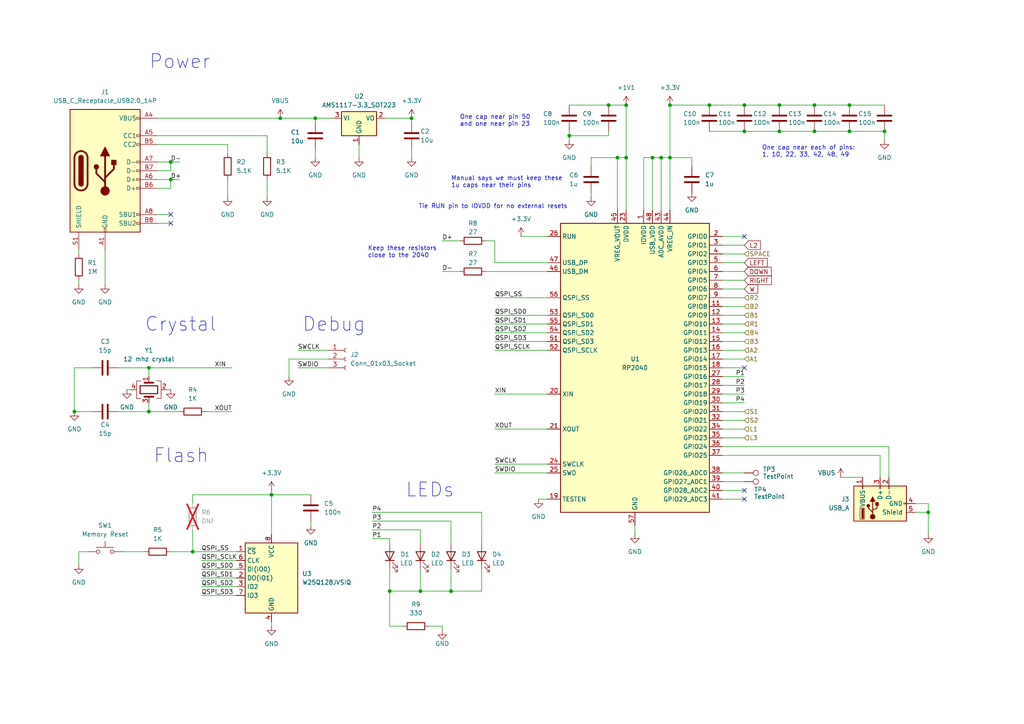
<source format=kicad_sch>
(kicad_sch (version 20231120) (generator "eeschema") (generator_version "8.0")
  (paper "A4")
  (lib_symbols
    (symbol "+3.3V_1" (power) (pin_numbers hide) (pin_names (offset 0) hide)
      (property "Value" "+3.3V" (at 0 3.556 0))
      (symbol "+3.3V_1_0_1"
        (polyline (pts (xy -0.762 1.27) (xy 0 2.54)))
        (polyline (pts (xy 0 0) (xy 0 2.54)))
        (polyline (pts (xy 0 2.54) (xy 0.762 1.27)))
      )
      (symbol "+3.3V_1_1_1"
        (pin power_in line (at 0 0 90) (length 0) (name "~") (number "1"))
      )
    )
    (symbol "Connector:Conn_01x03_Socket" (pin_names (offset 1.016) hide)
      (property "Reference" "J" (at 0 5.08 0))
      (property "Value" "Conn_01x03_Socket" (at 0 -5.08 0))
      (symbol "Conn_01x03_Socket_1_1"
        (arc (start 0 -2.032) (mid -0.5058 -2.54) (end 0 -3.048) (stroke (width 0.1524)))
        (polyline (pts (xy -1.27 -2.54) (xy -0.508 -2.54)) (stroke (width 0.1524)))
        (polyline (pts (xy -1.27 0) (xy -0.508 0)) (stroke (width 0.1524)))
        (polyline (pts (xy -1.27 2.54) (xy -0.508 2.54)) (stroke (width 0.1524)))
        (arc (start 0 0.508) (mid -0.5058 0) (end 0 -0.508) (stroke (width 0.1524)))
        (arc (start 0 3.048) (mid -0.5058 2.54) (end 0 2.032) (stroke (width 0.1524)))
        (pin passive line (at -5.08 2.54 0) (length 3.81) (name "Pin_1") (number "1"))
        (pin passive line (at -5.08 0 0) (length 3.81) (name "Pin_2") (number "2"))
        (pin passive line (at -5.08 -2.54 0) (length 3.81) (name "Pin_3") (number "3"))
      )
    )
    (symbol "Connector:TestPoint" (pin_numbers hide) (pin_names (offset 0.762) hide)
      (property "Reference" "TP" (at 0 6.858 0))
      (property "Value" "TestPoint" (at 0 5.08 0))
      (symbol "TestPoint_0_1"
        (circle (center 0 3.302) (radius 0.762))
      )
      (symbol "TestPoint_1_1"
        (pin passive line (at 0 0 90) (length 2.54) (name "1") (number "1"))
      )
    )
    (symbol "Connector:USB_A" (pin_names (offset 1.016))
      (property "Reference" "J" (at -5.08 11.43 0))
      (property "Value" "USB_A" (at -5.08 8.89 0))
      (symbol "USB_A_0_1"
        (rectangle (start -5.08 -7.62) (end 5.08 7.62) (stroke (width 0.254)) (fill (type background)))
        (circle (center -3.81 2.159) (radius 0.635) (stroke (width 0.254)) (fill (type outline)))
        (rectangle (start -1.524 4.826) (end -4.318 5.334) (fill (type outline)))
        (rectangle (start -1.27 4.572) (end -4.572 5.842))
        (circle (center -0.635 3.429) (radius 0.381) (stroke (width 0.254)) (fill (type outline)))
        (rectangle (start -0.127 -7.62) (end 0.127 -6.858))
        (polyline (pts (xy -3.175 2.159) (xy -2.54 2.159) (xy -1.27 3.429) (xy -0.635 3.429)) (stroke (width 0.254)))
        (polyline (pts (xy -2.54 2.159) (xy -1.905 2.159) (xy -1.27 0.889) (xy 0 0.889)) (stroke (width 0.254)))
        (polyline (pts (xy 0.635 2.794) (xy 0.635 1.524) (xy 1.905 2.159) (xy 0.635 2.794)) (stroke (width 0.254)) (fill (type outline)))
        (rectangle (start 0.254 1.27) (end -0.508 0.508) (stroke (width 0.254)) (fill (type outline)))
        (rectangle (start 5.08 -2.667) (end 4.318 -2.413))
        (rectangle (start 5.08 -0.127) (end 4.318 0.127))
        (rectangle (start 5.08 4.953) (end 4.318 5.207))
      )
      (symbol "USB_A_1_1"
        (polyline (pts (xy -1.905 2.159) (xy 0.635 2.159)) (stroke (width 0.254)))
        (pin power_in line (at 7.62 5.08 180) (length 2.54) (name "VBUS") (number "1"))
        (pin bidirectional line (at 7.62 -2.54 180) (length 2.54) (name "D-") (number "2"))
        (pin bidirectional line (at 7.62 0 180) (length 2.54) (name "D+") (number "3"))
        (pin power_in line (at 0 -10.16 90) (length 2.54) (name "GND") (number "4"))
        (pin passive line (at -2.54 -10.16 90) (length 2.54) (name "Shield") (number "5"))
      )
    )
    (symbol "Connector:USB_C_Receptacle_USB2.0_16P" (pin_names (offset 1.016))
      (property "Reference" "J" (at 0 22.225 0))
      (property "Value" "USB_C_Receptacle_USB2.0_16P" (at 0 19.685 0))
      (symbol "USB_C_Receptacle_USB2.0_16P_0_0"
        (rectangle (start -0.254 -17.78) (end 0.254 -16.764))
        (rectangle (start 10.16 -14.986) (end 9.144 -15.494))
        (rectangle (start 10.16 -12.446) (end 9.144 -12.954))
        (rectangle (start 10.16 -4.826) (end 9.144 -5.334))
        (rectangle (start 10.16 -2.286) (end 9.144 -2.794))
        (rectangle (start 10.16 0.254) (end 9.144 -0.254))
        (rectangle (start 10.16 2.794) (end 9.144 2.286))
        (rectangle (start 10.16 7.874) (end 9.144 7.366))
        (rectangle (start 10.16 10.414) (end 9.144 9.906))
        (rectangle (start 10.16 15.494) (end 9.144 14.986))
      )
      (symbol "USB_C_Receptacle_USB2.0_16P_0_1"
        (rectangle (start -10.16 17.78) (end 10.16 -17.78) (stroke (width 0.254)) (fill (type background)))
        (arc (start -8.89 -3.81) (mid -6.985 -5.7067) (end -5.08 -3.81) (stroke (width 0.508)))
        (arc (start -7.62 -3.81) (mid -6.985 -4.4423) (end -6.35 -3.81) (stroke (width 0.254)))
        (arc (start -7.62 -3.81) (mid -6.985 -4.4423) (end -6.35 -3.81) (stroke (width 0.254)) (fill (type outline)))
        (rectangle (start -7.62 -3.81) (end -6.35 3.81) (stroke (width 0.254)) (fill (type outline)))
        (arc (start -6.35 3.81) (mid -6.985 4.4423) (end -7.62 3.81) (stroke (width 0.254)))
        (arc (start -6.35 3.81) (mid -6.985 4.4423) (end -7.62 3.81) (stroke (width 0.254)) (fill (type outline)))
        (arc (start -5.08 3.81) (mid -6.985 5.7067) (end -8.89 3.81) (stroke (width 0.508)))
        (circle (center -2.54 1.143) (radius 0.635) (stroke (width 0.254)) (fill (type outline)))
        (circle (center 0 -5.842) (radius 1.27) (fill (type outline)))
        (polyline (pts (xy -8.89 -3.81) (xy -8.89 3.81)) (stroke (width 0.508)))
        (polyline (pts (xy -5.08 3.81) (xy -5.08 -3.81)) (stroke (width 0.508)))
        (polyline (pts (xy 0 -5.842) (xy 0 4.318)) (stroke (width 0.508)))
        (polyline (pts (xy 0 -3.302) (xy -2.54 -0.762) (xy -2.54 0.508)) (stroke (width 0.508)))
        (polyline (pts (xy 0 -2.032) (xy 2.54 0.508) (xy 2.54 1.778)) (stroke (width 0.508)))
        (polyline (pts (xy -1.27 4.318) (xy 0 6.858) (xy 1.27 4.318) (xy -1.27 4.318)) (stroke (width 0.254)) (fill (type outline)))
        (rectangle (start 1.905 1.778) (end 3.175 3.048) (stroke (width 0.254)) (fill (type outline)))
      )
      (symbol "USB_C_Receptacle_USB2.0_16P_1_1"
        (pin passive line (at 0 -22.86 90) (length 5.08) (name "GND") (number "A1"))
        (pin passive line (at 0 -22.86 90) (length 5.08) hide (name "GND") (number "A12"))
        (pin passive line (at 15.24 15.24 180) (length 5.08) (name "VBUS") (number "A4"))
        (pin bidirectional line (at 15.24 10.16 180) (length 5.08) (name "CC1") (number "A5"))
        (pin bidirectional line (at 15.24 -2.54 180) (length 5.08) (name "D+") (number "A6"))
        (pin bidirectional line (at 15.24 2.54 180) (length 5.08) (name "D-") (number "A7"))
        (pin bidirectional line (at 15.24 -12.7 180) (length 5.08) (name "SBU1") (number "A8"))
        (pin passive line (at 15.24 15.24 180) (length 5.08) hide (name "VBUS") (number "A9"))
        (pin passive line (at 0 -22.86 90) (length 5.08) hide (name "GND") (number "B1"))
        (pin passive line (at 0 -22.86 90) (length 5.08) hide (name "GND") (number "B12"))
        (pin passive line (at 15.24 15.24 180) (length 5.08) hide (name "VBUS") (number "B4"))
        (pin bidirectional line (at 15.24 7.62 180) (length 5.08) (name "CC2") (number "B5"))
        (pin bidirectional line (at 15.24 -5.08 180) (length 5.08) (name "D+") (number "B6"))
        (pin bidirectional line (at 15.24 0 180) (length 5.08) (name "D-") (number "B7"))
        (pin bidirectional line (at 15.24 -15.24 180) (length 5.08) (name "SBU2") (number "B8"))
        (pin passive line (at 15.24 15.24 180) (length 5.08) hide (name "VBUS") (number "B9"))
        (pin passive line (at -7.62 -22.86 90) (length 5.08) (name "SHIELD") (number "S1"))
      )
    )
    (symbol "Device:C" (pin_numbers hide) (pin_names (offset 0.254))
      (property "Reference" "C" (at 0.635 2.54 0))
      (property "Value" "C" (at 0.635 -2.54 0))
      (symbol "C_0_1"
        (polyline (pts (xy -2.032 -0.762) (xy 2.032 -0.762)) (stroke (width 0.508)))
        (polyline (pts (xy -2.032 0.762) (xy 2.032 0.762)) (stroke (width 0.508)))
      )
      (symbol "C_1_1"
        (pin passive line (at 0 3.81 270) (length 2.794) (name "~") (number "1"))
        (pin passive line (at 0 -3.81 90) (length 2.794) (name "~") (number "2"))
      )
    )
    (symbol "Device:Crystal_GND24" (pin_names (offset 1.016) hide)
      (property "Reference" "Y" (at 3.175 5.08 0))
      (property "Value" "Crystal_GND24" (at 3.175 3.175 0))
      (symbol "Crystal_GND24_0_1"
        (rectangle (start -1.143 2.54) (end 1.143 -2.54) (stroke (width 0.3048)))
        (polyline (pts (xy -2.54 0) (xy -2.032 0)))
        (polyline (pts (xy -2.032 -1.27) (xy -2.032 1.27)) (stroke (width 0.508)))
        (polyline (pts (xy 0 -3.81) (xy 0 -3.556)))
        (polyline (pts (xy 0 3.556) (xy 0 3.81)))
        (polyline (pts (xy 2.032 -1.27) (xy 2.032 1.27)) (stroke (width 0.508)))
        (polyline (pts (xy 2.032 0) (xy 2.54 0)))
        (polyline (pts (xy -2.54 -2.286) (xy -2.54 -3.556) (xy 2.54 -3.556) (xy 2.54 -2.286)))
        (polyline (pts (xy -2.54 2.286) (xy -2.54 3.556) (xy 2.54 3.556) (xy 2.54 2.286)))
      )
      (symbol "Crystal_GND24_1_1"
        (pin passive line (at -3.81 0 0) (length 1.27) (name "1") (number "1"))
        (pin passive line (at 0 5.08 270) (length 1.27) (name "2") (number "2"))
        (pin passive line (at 3.81 0 180) (length 1.27) (name "3") (number "3"))
        (pin passive line (at 0 -5.08 90) (length 1.27) (name "4") (number "4"))
      )
    )
    (symbol "Device:LED" (pin_numbers hide) (pin_names (offset 1.016) hide)
      (property "Reference" "D" (at 0 2.54 0))
      (property "Value" "LED" (at 0 -2.54 0))
      (symbol "LED_0_1"
        (polyline (pts (xy -1.27 -1.27) (xy -1.27 1.27)) (stroke (width 0.254)))
        (polyline (pts (xy -1.27 0) (xy 1.27 0)))
        (polyline (pts (xy 1.27 -1.27) (xy 1.27 1.27) (xy -1.27 0) (xy 1.27 -1.27)) (stroke (width 0.254)))
        (polyline (pts (xy -3.048 -0.762) (xy -4.572 -2.286) (xy -3.81 -2.286) (xy -4.572 -2.286) (xy -4.572 -1.524)))
        (polyline (pts (xy -1.778 -0.762) (xy -3.302 -2.286) (xy -2.54 -2.286) (xy -3.302 -2.286) (xy -3.302 -1.524)))
      )
      (symbol "LED_1_1"
        (pin passive line (at -3.81 0 0) (length 2.54) (name "K") (number "1"))
        (pin passive line (at 3.81 0 180) (length 2.54) (name "A") (number "2"))
      )
    )
    (symbol "Device:R" (pin_numbers hide) (pin_names (offset 0))
      (property "Reference" "R" (at 2.032 0 90))
      (property "Value" "R" (at 0 0 90))
      (symbol "R_0_1"
        (rectangle (start -1.016 -2.54) (end 1.016 2.54) (stroke (width 0.254)))
      )
      (symbol "R_1_1"
        (pin passive line (at 0 3.81 270) (length 1.27) (name "~") (number "1"))
        (pin passive line (at 0 -3.81 90) (length 1.27) (name "~") (number "2"))
      )
    )
    (symbol "GND_1" (power) (pin_numbers hide) (pin_names (offset 0) hide)
      (property "Value" "GND" (at 0 -3.81 0))
      (symbol "GND_1_0_1"
        (polyline (pts (xy 0 0) (xy 0 -1.27) (xy 1.27 -1.27) (xy 0 -2.54) (xy -1.27 -1.27) (xy 0 -1.27)))
      )
      (symbol "GND_1_1_1"
        (pin power_in line (at 0 0 270) (length 0) (name "~") (number "1"))
      )
    )
    (symbol "GND_2" (power) (pin_numbers hide) (pin_names (offset 0) hide)
      (property "Value" "GND" (at 0 -3.81 0))
      (symbol "GND_2_0_1"
        (polyline (pts (xy 0 0) (xy 0 -1.27) (xy 1.27 -1.27) (xy 0 -2.54) (xy -1.27 -1.27) (xy 0 -1.27)))
      )
      (symbol "GND_2_1_1"
        (pin power_in line (at 0 0 270) (length 0) (name "~") (number "1"))
      )
    )
    (symbol "MCU_RaspberryPi:RP2040"
      (property "Reference" "U" (at 17.78 45.72 0))
      (property "Value" "RP2040" (at 17.78 43.18 0))
      (symbol "RP2040_0_1"
        (rectangle (start -21.59 41.91) (end 21.59 -41.91) (stroke (width 0.254)) (fill (type background)))
      )
      (symbol "RP2040_1_1"
        (pin power_in line (at 2.54 45.72 270) (length 3.81) (name "IOVDD") (number "1"))
        (pin passive line (at 2.54 45.72 270) (length 3.81) hide (name "IOVDD") (number "10"))
        (pin bidirectional line (at 25.4 17.78 180) (length 3.81) (name "GPIO8") (number "11"))
        (pin bidirectional line (at 25.4 15.24 180) (length 3.81) (name "GPIO9") (number "12"))
        (pin bidirectional line (at 25.4 12.7 180) (length 3.81) (name "GPIO10") (number "13"))
        (pin bidirectional line (at 25.4 10.16 180) (length 3.81) (name "GPIO11") (number "14"))
        (pin bidirectional line (at 25.4 7.62 180) (length 3.81) (name "GPIO12") (number "15"))
        (pin bidirectional line (at 25.4 5.08 180) (length 3.81) (name "GPIO13") (number "16"))
        (pin bidirectional line (at 25.4 2.54 180) (length 3.81) (name "GPIO14") (number "17"))
        (pin bidirectional line (at 25.4 0 180) (length 3.81) (name "GPIO15") (number "18"))
        (pin input line (at -25.4 -38.1 0) (length 3.81) (name "TESTEN") (number "19"))
        (pin bidirectional line (at 25.4 38.1 180) (length 3.81) (name "GPIO0") (number "2"))
        (pin input line (at -25.4 -7.62 0) (length 3.81) (name "XIN") (number "20"))
        (pin passive line (at -25.4 -17.78 0) (length 3.81) (name "XOUT") (number "21"))
        (pin passive line (at 2.54 45.72 270) (length 3.81) hide (name "IOVDD") (number "22"))
        (pin power_in line (at -2.54 45.72 270) (length 3.81) (name "DVDD") (number "23"))
        (pin input line (at -25.4 -27.94 0) (length 3.81) (name "SWCLK") (number "24"))
        (pin bidirectional line (at -25.4 -30.48 0) (length 3.81) (name "SWD") (number "25"))
        (pin input line (at -25.4 38.1 0) (length 3.81) (name "RUN") (number "26"))
        (pin bidirectional line (at 25.4 -2.54 180) (length 3.81) (name "GPIO16") (number "27"))
        (pin bidirectional line (at 25.4 -5.08 180) (length 3.81) (name "GPIO17") (number "28"))
        (pin bidirectional line (at 25.4 -7.62 180) (length 3.81) (name "GPIO18") (number "29"))
        (pin bidirectional line (at 25.4 35.56 180) (length 3.81) (name "GPIO1") (number "3"))
        (pin bidirectional line (at 25.4 -10.16 180) (length 3.81) (name "GPIO19") (number "30"))
        (pin bidirectional line (at 25.4 -12.7 180) (length 3.81) (name "GPIO20") (number "31"))
        (pin bidirectional line (at 25.4 -15.24 180) (length 3.81) (name "GPIO21") (number "32"))
        (pin passive line (at 2.54 45.72 270) (length 3.81) hide (name "IOVDD") (number "33"))
        (pin bidirectional line (at 25.4 -17.78 180) (length 3.81) (name "GPIO22") (number "34"))
        (pin bidirectional line (at 25.4 -20.32 180) (length 3.81) (name "GPIO23") (number "35"))
        (pin bidirectional line (at 25.4 -22.86 180) (length 3.81) (name "GPIO24") (number "36"))
        (pin bidirectional line (at 25.4 -25.4 180) (length 3.81) (name "GPIO25") (number "37"))
        (pin bidirectional line (at 25.4 -30.48 180) (length 3.81) (name "GPIO26_ADC0") (number "38"))
        (pin bidirectional line (at 25.4 -33.02 180) (length 3.81) (name "GPIO27_ADC1") (number "39"))
        (pin bidirectional line (at 25.4 33.02 180) (length 3.81) (name "GPIO2") (number "4"))
        (pin bidirectional line (at 25.4 -35.56 180) (length 3.81) (name "GPIO28_ADC2") (number "40"))
        (pin bidirectional line (at 25.4 -38.1 180) (length 3.81) (name "GPIO29_ADC3") (number "41"))
        (pin passive line (at 2.54 45.72 270) (length 3.81) hide (name "IOVDD") (number "42"))
        (pin power_in line (at 7.62 45.72 270) (length 3.81) (name "ADC_AVDD") (number "43"))
        (pin power_in line (at 10.16 45.72 270) (length 3.81) (name "VREG_IN") (number "44"))
        (pin power_out line (at -5.08 45.72 270) (length 3.81) (name "VREG_VOUT") (number "45"))
        (pin bidirectional line (at -25.4 27.94 0) (length 3.81) (name "USB_DM") (number "46"))
        (pin bidirectional line (at -25.4 30.48 0) (length 3.81) (name "USB_DP") (number "47"))
        (pin power_in line (at 5.08 45.72 270) (length 3.81) (name "USB_VDD") (number "48"))
        (pin passive line (at 2.54 45.72 270) (length 3.81) hide (name "IOVDD") (number "49"))
        (pin bidirectional line (at 25.4 30.48 180) (length 3.81) (name "GPIO3") (number "5"))
        (pin passive line (at -2.54 45.72 270) (length 3.81) hide (name "DVDD") (number "50"))
        (pin bidirectional line (at -25.4 7.62 0) (length 3.81) (name "QSPI_SD3") (number "51"))
        (pin output line (at -25.4 5.08 0) (length 3.81) (name "QSPI_SCLK") (number "52"))
        (pin bidirectional line (at -25.4 15.24 0) (length 3.81) (name "QSPI_SD0") (number "53"))
        (pin bidirectional line (at -25.4 10.16 0) (length 3.81) (name "QSPI_SD2") (number "54"))
        (pin bidirectional line (at -25.4 12.7 0) (length 3.81) (name "QSPI_SD1") (number "55"))
        (pin bidirectional line (at -25.4 20.32 0) (length 3.81) (name "QSPI_SS") (number "56"))
        (pin power_in line (at 0 -45.72 90) (length 3.81) (name "GND") (number "57"))
        (pin bidirectional line (at 25.4 27.94 180) (length 3.81) (name "GPIO4") (number "6"))
        (pin bidirectional line (at 25.4 25.4 180) (length 3.81) (name "GPIO5") (number "7"))
        (pin bidirectional line (at 25.4 22.86 180) (length 3.81) (name "GPIO6") (number "8"))
        (pin bidirectional line (at 25.4 20.32 180) (length 3.81) (name "GPIO7") (number "9"))
      )
    )
    (symbol "Memory_Flash:W25Q32JVSS"
      (property "Reference" "U" (at -6.35 11.43 0))
      (property "Value" "W25Q32JVSS" (at 7.62 11.43 0))
      (symbol "W25Q32JVSS_0_1"
        (rectangle (start -7.62 10.16) (end 7.62 -10.16) (stroke (width 0.254)) (fill (type background)))
      )
      (symbol "W25Q32JVSS_1_1"
        (pin input line (at -10.16 7.62 0) (length 2.54) (name "~{CS}") (number "1"))
        (pin bidirectional line (at -10.16 0 0) (length 2.54) (name "DO(IO1)") (number "2"))
        (pin bidirectional line (at -10.16 -2.54 0) (length 2.54) (name "IO2") (number "3"))
        (pin power_in line (at 0 -12.7 90) (length 2.54) (name "GND") (number "4"))
        (pin bidirectional line (at -10.16 2.54 0) (length 2.54) (name "DI(IO0)") (number "5"))
        (pin input line (at -10.16 5.08 0) (length 2.54) (name "CLK") (number "6"))
        (pin bidirectional line (at -10.16 -5.08 0) (length 2.54) (name "IO3") (number "7"))
        (pin power_in line (at 0 12.7 270) (length 2.54) (name "VCC") (number "8"))
      )
    )
    (symbol "Regulator_Linear:NCP1117-3.3_SOT223"
      (property "Reference" "U" (at -3.81 3.175 0))
      (property "Value" "NCP1117-3.3_SOT223" (at 0 3.175 0))
      (symbol "NCP1117-3.3_SOT223_0_1"
        (rectangle (start -5.08 -5.08) (end 5.08 1.905) (stroke (width 0.254)) (fill (type background)))
      )
      (symbol "NCP1117-3.3_SOT223_1_1"
        (pin power_in line (at 0 -7.62 90) (length 2.54) (name "GND") (number "1"))
        (pin power_out line (at 7.62 0 180) (length 2.54) (name "VO") (number "2"))
        (pin power_in line (at -7.62 0 0) (length 2.54) (name "VI") (number "3"))
      )
    )
    (symbol "Switch:SW_Push" (pin_numbers hide) (pin_names (offset 1.016) hide)
      (property "Reference" "SW" (at 1.27 2.54 0))
      (property "Value" "SW_Push" (at 0 -1.524 0))
      (symbol "SW_Push_0_1"
        (circle (center -2.032 0) (radius 0.508))
        (polyline (pts (xy 0 1.27) (xy 0 3.048)))
        (polyline (pts (xy 2.54 1.27) (xy -2.54 1.27)))
        (circle (center 2.032 0) (radius 0.508))
        (pin passive line (at -5.08 0 0) (length 2.54) (name "1") (number "1"))
        (pin passive line (at 5.08 0 180) (length 2.54) (name "2") (number "2"))
      )
    )
    (symbol "VBUS_1" (power) (pin_numbers hide) (pin_names (offset 0) hide)
      (property "Value" "VBUS" (at 0 3.556 0))
      (symbol "VBUS_1_0_1"
        (polyline (pts (xy -0.762 1.27) (xy 0 2.54)))
        (polyline (pts (xy 0 0) (xy 0 2.54)))
        (polyline (pts (xy 0 2.54) (xy 0.762 1.27)))
      )
      (symbol "VBUS_1_1_1"
        (pin power_in line (at 0 0 90) (length 0) (name "~") (number "1"))
      )
    )
    (symbol "power:+1V1" (power) (pin_names (offset 0))
      (property "Value" "+1V1" (at 0 3.556 0))
      (symbol "+1V1_0_1"
        (polyline (pts (xy -0.762 1.27) (xy 0 2.54)))
        (polyline (pts (xy 0 0) (xy 0 2.54)))
        (polyline (pts (xy 0 2.54) (xy 0.762 1.27)))
      )
      (symbol "+1V1_1_1"
        (pin power_in line (at 0 0 90) (length 0) hide (name "+1V1") (number "1"))
      )
    )
    (symbol "power:+3.3V" (power) (pin_names (offset 0))
      (property "Value" "+3.3V" (at 0 3.556 0))
      (symbol "+3.3V_0_1"
        (polyline (pts (xy -0.762 1.27) (xy 0 2.54)))
        (polyline (pts (xy 0 0) (xy 0 2.54)))
        (polyline (pts (xy 0 2.54) (xy 0.762 1.27)))
      )
      (symbol "+3.3V_1_1"
        (pin power_in line (at 0 0 90) (length 0) hide (name "+3.3V") (number "1"))
      )
    )
    (symbol "power:GND" (power) (pin_names (offset 0))
      (property "Value" "GND" (at 0 -3.81 0))
      (symbol "GND_0_1"
        (polyline (pts (xy 0 0) (xy 0 -1.27) (xy 1.27 -1.27) (xy 0 -2.54) (xy -1.27 -1.27) (xy 0 -1.27)))
      )
      (symbol "GND_1_1"
        (pin power_in line (at 0 0 270) (length 0) hide (name "GND") (number "1"))
      )
    )
    (symbol "power:VBUS" (power) (pin_names (offset 0))
      (property "Value" "VBUS" (at 0 3.81 0))
      (symbol "VBUS_0_1"
        (polyline (pts (xy -0.762 1.27) (xy 0 2.54)))
        (polyline (pts (xy 0 0) (xy 0 2.54)))
        (polyline (pts (xy 0 2.54) (xy 0.762 1.27)))
      )
      (symbol "VBUS_1_1"
        (pin power_in line (at 0 0 90) (length 0) hide (name "VBUS") (number "1"))
      )
    )
  )
  (junction (at 181.61 30.48))
  (junction (at 226.06 38.1))
  (junction (at 194.31 45.72))
  (junction (at 49.53 46.99))
  (junction (at 236.22 30.48))
  (junction (at 181.61 45.72))
  (junction (at 21.59 119.38))
  (junction (at 91.44 34.29))
  (junction (at 191.77 45.72))
  (junction (at 179.07 45.72))
  (junction (at 246.38 38.1))
  (junction (at 205.74 30.48))
  (junction (at 81.28 34.29))
  (junction (at 236.22 38.1))
  (junction (at 256.54 38.1))
  (junction (at 194.31 30.48))
  (junction (at 226.06 30.48))
  (junction (at 43.18 119.38))
  (junction (at 189.23 45.72))
  (junction (at 215.9 30.48))
  (junction (at 119.38 34.29))
  (junction (at 130.81 171.45))
  (junction (at 215.9 38.1))
  (junction (at 49.53 52.07))
  (junction (at 55.88 160.02))
  (junction (at 176.53 30.48))
  (junction (at 78.74 143.51))
  (junction (at 43.18 106.68))
  (junction (at 246.38 30.48))
  (junction (at 269.24 148.59))
  (junction (at 165.1 39.37))
  (junction (at 121.92 171.45))
  (junction (at 113.03 171.45))
  (no_connect (at 215.9 144.78))
  (no_connect (at 49.53 64.77))
  (no_connect (at 215.9 106.68))
  (no_connect (at 215.9 142.24))
  (no_connect (at 215.9 68.58))
  (no_connect (at 49.53 62.23))
  (wire (pts (xy 236.22 30.48) (xy 246.38 30.48)))
  (wire (pts (xy 209.55 139.7) (xy 215.9 139.7)))
  (wire (pts (xy 58.42 167.64) (xy 68.58 167.64)))
  (wire (pts (xy 165.1 39.37) (xy 165.1 40.64)))
  (wire (pts (xy 143.51 134.62) (xy 158.75 134.62)))
  (wire (pts (xy 119.38 35.56) (xy 119.38 34.29)))
  (wire (pts (xy 78.74 180.34) (xy 78.74 181.61)))
  (wire (pts (xy 143.51 86.36) (xy 158.75 86.36)))
  (wire (pts (xy 34.29 106.68) (xy 43.18 106.68)))
  (wire (pts (xy 49.53 49.53) (xy 49.53 46.99)))
  (wire (pts (xy 176.53 38.1) (xy 176.53 39.37)))
  (wire (pts (xy 257.81 138.43) (xy 257.81 129.54)))
  (wire (pts (xy 104.14 41.91) (xy 104.14 45.72)))
  (wire (pts (xy 91.44 43.18) (xy 91.44 45.72)))
  (wire (pts (xy 143.51 114.3) (xy 158.75 114.3)))
  (wire (pts (xy 205.74 38.1) (xy 215.9 38.1)))
  (wire (pts (xy 209.55 101.6) (xy 215.9 101.6)))
  (wire (pts (xy 140.97 78.74) (xy 158.75 78.74)))
  (wire (pts (xy 189.23 45.72) (xy 191.77 45.72)))
  (wire (pts (xy 45.72 54.61) (xy 49.53 54.61)))
  (wire (pts (xy 143.51 99.06) (xy 158.75 99.06)))
  (wire (pts (xy 158.75 76.2) (xy 143.51 76.2)))
  (wire (pts (xy 130.81 151.13) (xy 130.81 157.48)))
  (wire (pts (xy 128.27 181.61) (xy 128.27 182.88)))
  (wire (pts (xy 45.72 49.53) (xy 49.53 49.53)))
  (wire (pts (xy 128.27 69.85) (xy 133.35 69.85)))
  (wire (pts (xy 45.72 64.77) (xy 49.53 64.77)))
  (wire (pts (xy 139.7 165.1) (xy 139.7 171.45)))
  (wire (pts (xy 77.47 52.07) (xy 77.47 57.15)))
  (wire (pts (xy 130.81 165.1) (xy 130.81 171.45)))
  (wire (pts (xy 156.21 144.78) (xy 158.75 144.78)))
  (wire (pts (xy 34.29 119.38) (xy 43.18 119.38)))
  (wire (pts (xy 209.55 144.78) (xy 215.9 144.78)))
  (wire (pts (xy 246.38 38.1) (xy 256.54 38.1)))
  (wire (pts (xy 194.31 45.72) (xy 194.31 60.96)))
  (wire (pts (xy 209.55 104.14) (xy 215.9 104.14)))
  (wire (pts (xy 209.55 71.12) (xy 215.9 71.12)))
  (wire (pts (xy 43.18 119.38) (xy 52.07 119.38)))
  (wire (pts (xy 66.04 52.07) (xy 66.04 57.15)))
  (wire (pts (xy 45.72 52.07) (xy 49.53 52.07)))
  (wire (pts (xy 243.84 138.43) (xy 250.19 138.43)))
  (wire (pts (xy 91.44 34.29) (xy 91.44 35.56)))
  (wire (pts (xy 209.55 111.76) (xy 215.9 111.76)))
  (wire (pts (xy 269.24 148.59) (xy 265.43 148.59)))
  (wire (pts (xy 209.55 121.92) (xy 215.9 121.92)))
  (wire (pts (xy 186.69 45.72) (xy 189.23 45.72)))
  (wire (pts (xy 209.55 106.68) (xy 215.9 106.68)))
  (wire (pts (xy 95.25 104.14) (xy 83.82 104.14)))
  (wire (pts (xy 119.38 43.18) (xy 119.38 45.72)))
  (wire (pts (xy 66.04 41.91) (xy 66.04 44.45)))
  (wire (pts (xy 194.31 30.48) (xy 194.31 45.72)))
  (wire (pts (xy 209.55 73.66) (xy 215.9 73.66)))
  (wire (pts (xy 45.72 39.37) (xy 77.47 39.37)))
  (wire (pts (xy 181.61 30.48) (xy 181.61 45.72)))
  (wire (pts (xy 181.61 45.72) (xy 181.61 60.96)))
  (wire (pts (xy 35.56 160.02) (xy 41.91 160.02)))
  (wire (pts (xy 209.55 68.58) (xy 215.9 68.58)))
  (wire (pts (xy 209.55 109.22) (xy 215.9 109.22)))
  (wire (pts (xy 143.51 93.98) (xy 158.75 93.98)))
  (wire (pts (xy 194.31 45.72) (xy 200.66 45.72)))
  (wire (pts (xy 143.51 137.16) (xy 158.75 137.16)))
  (wire (pts (xy 209.55 86.36) (xy 215.9 86.36)))
  (wire (pts (xy 209.55 78.74) (xy 215.9 78.74)))
  (wire (pts (xy 143.51 69.85) (xy 143.51 76.2)))
  (wire (pts (xy 143.51 101.6) (xy 158.75 101.6)))
  (wire (pts (xy 165.1 39.37) (xy 176.53 39.37)))
  (wire (pts (xy 265.43 146.05) (xy 269.24 146.05)))
  (wire (pts (xy 179.07 45.72) (xy 179.07 60.96)))
  (wire (pts (xy 124.46 181.61) (xy 128.27 181.61)))
  (wire (pts (xy 209.55 81.28) (xy 215.9 81.28)))
  (wire (pts (xy 209.55 83.82) (xy 215.9 83.82)))
  (wire (pts (xy 78.74 142.24) (xy 78.74 143.51)))
  (wire (pts (xy 151.13 68.58) (xy 158.75 68.58)))
  (wire (pts (xy 246.38 30.48) (xy 256.54 30.48)))
  (wire (pts (xy 189.23 45.72) (xy 189.23 60.96)))
  (wire (pts (xy 209.55 114.3) (xy 215.9 114.3)))
  (wire (pts (xy 45.72 46.99) (xy 49.53 46.99)))
  (wire (pts (xy 21.59 106.68) (xy 26.67 106.68)))
  (wire (pts (xy 83.82 104.14) (xy 83.82 109.22)))
  (wire (pts (xy 49.53 54.61) (xy 49.53 52.07)))
  (wire (pts (xy 43.18 119.38) (xy 43.18 116.84)))
  (wire (pts (xy 113.03 171.45) (xy 121.92 171.45)))
  (wire (pts (xy 215.9 30.48) (xy 226.06 30.48)))
  (wire (pts (xy 158.75 124.46) (xy 143.51 124.46)))
  (wire (pts (xy 165.1 30.48) (xy 176.53 30.48)))
  (wire (pts (xy 113.03 165.1) (xy 113.03 171.45)))
  (wire (pts (xy 22.86 160.02) (xy 25.4 160.02)))
  (wire (pts (xy 49.53 46.99) (xy 52.07 46.99)))
  (wire (pts (xy 184.15 152.4) (xy 184.15 154.94)))
  (wire (pts (xy 22.86 81.28) (xy 22.86 82.55)))
  (wire (pts (xy 209.55 99.06) (xy 215.9 99.06)))
  (wire (pts (xy 128.27 78.74) (xy 133.35 78.74)))
  (wire (pts (xy 21.59 119.38) (xy 26.67 119.38)))
  (wire (pts (xy 179.07 45.72) (xy 171.45 45.72)))
  (wire (pts (xy 91.44 34.29) (xy 96.52 34.29)))
  (wire (pts (xy 116.84 181.61) (xy 113.03 181.61)))
  (wire (pts (xy 113.03 156.21) (xy 113.03 157.48)))
  (wire (pts (xy 48.26 113.03) (xy 49.53 113.03)))
  (wire (pts (xy 256.54 38.1) (xy 256.54 40.64)))
  (wire (pts (xy 78.74 143.51) (xy 78.74 154.94)))
  (wire (pts (xy 209.55 116.84) (xy 215.9 116.84)))
  (wire (pts (xy 45.72 62.23) (xy 49.53 62.23)))
  (wire (pts (xy 30.48 72.39) (xy 30.48 82.55)))
  (wire (pts (xy 58.42 165.1) (xy 68.58 165.1)))
  (wire (pts (xy 181.61 45.72) (xy 179.07 45.72)))
  (wire (pts (xy 209.55 88.9) (xy 215.9 88.9)))
  (wire (pts (xy 36.83 113.03) (xy 38.1 113.03)))
  (wire (pts (xy 49.53 52.07) (xy 52.07 52.07)))
  (wire (pts (xy 209.55 76.2) (xy 215.9 76.2)))
  (wire (pts (xy 209.55 142.24) (xy 215.9 142.24)))
  (wire (pts (xy 49.53 160.02) (xy 55.88 160.02)))
  (wire (pts (xy 45.72 34.29) (xy 81.28 34.29)))
  (wire (pts (xy 107.95 156.21) (xy 113.03 156.21)))
  (wire (pts (xy 143.51 91.44) (xy 158.75 91.44)))
  (wire (pts (xy 121.92 153.67) (xy 121.92 157.48)))
  (wire (pts (xy 107.95 151.13) (xy 130.81 151.13)))
  (wire (pts (xy 143.51 96.52) (xy 158.75 96.52)))
  (wire (pts (xy 140.97 69.85) (xy 143.51 69.85)))
  (wire (pts (xy 55.88 143.51) (xy 78.74 143.51)))
  (wire (pts (xy 191.77 45.72) (xy 194.31 45.72)))
  (wire (pts (xy 209.55 93.98) (xy 215.9 93.98)))
  (wire (pts (xy 121.92 165.1) (xy 121.92 171.45)))
  (wire (pts (xy 121.92 171.45) (xy 130.81 171.45)))
  (wire (pts (xy 209.55 124.46) (xy 215.9 124.46)))
  (wire (pts (xy 90.17 151.13) (xy 90.17 152.4)))
  (wire (pts (xy 22.86 160.02) (xy 22.86 163.83)))
  (wire (pts (xy 209.55 132.08) (xy 255.27 132.08)))
  (wire (pts (xy 58.42 172.72) (xy 68.58 172.72)))
  (wire (pts (xy 226.06 38.1) (xy 236.22 38.1)))
  (wire (pts (xy 43.18 106.68) (xy 43.18 109.22)))
  (wire (pts (xy 43.18 106.68) (xy 67.31 106.68)))
  (wire (pts (xy 226.06 30.48) (xy 236.22 30.48)))
  (wire (pts (xy 165.1 38.1) (xy 165.1 39.37)))
  (wire (pts (xy 81.28 34.29) (xy 91.44 34.29)))
  (wire (pts (xy 186.69 60.96) (xy 186.69 45.72)))
  (wire (pts (xy 215.9 38.1) (xy 226.06 38.1)))
  (wire (pts (xy 21.59 119.38) (xy 21.59 106.68)))
  (wire (pts (xy 107.95 148.59) (xy 139.7 148.59)))
  (wire (pts (xy 205.74 30.48) (xy 215.9 30.48)))
  (wire (pts (xy 45.72 41.91) (xy 66.04 41.91)))
  (wire (pts (xy 55.88 146.05) (xy 55.88 143.51)))
  (wire (pts (xy 58.42 162.56) (xy 68.58 162.56)))
  (wire (pts (xy 58.42 170.18) (xy 68.58 170.18)))
  (wire (pts (xy 22.86 72.39) (xy 22.86 73.66)))
  (wire (pts (xy 209.55 127) (xy 215.9 127)))
  (wire (pts (xy 255.27 132.08) (xy 255.27 138.43)))
  (wire (pts (xy 139.7 171.45) (xy 130.81 171.45)))
  (wire (pts (xy 86.36 101.6) (xy 95.25 101.6)))
  (wire (pts (xy 107.95 153.67) (xy 121.92 153.67)))
  (wire (pts (xy 200.66 48.26) (xy 200.66 45.72)))
  (wire (pts (xy 55.88 160.02) (xy 68.58 160.02)))
  (wire (pts (xy 209.55 137.16) (xy 215.9 137.16)))
  (wire (pts (xy 55.88 153.67) (xy 55.88 160.02)))
  (wire (pts (xy 171.45 55.88) (xy 171.45 57.15)))
  (wire (pts (xy 209.55 119.38) (xy 215.9 119.38)))
  (wire (pts (xy 86.36 106.68) (xy 95.25 106.68)))
  (wire (pts (xy 269.24 154.94) (xy 269.24 148.59)))
  (wire (pts (xy 236.22 38.1) (xy 246.38 38.1)))
  (wire (pts (xy 113.03 171.45) (xy 113.03 181.61)))
  (wire (pts (xy 176.53 30.48) (xy 181.61 30.48)))
  (wire (pts (xy 78.74 143.51) (xy 90.17 143.51)))
  (wire (pts (xy 139.7 148.59) (xy 139.7 157.48)))
  (wire (pts (xy 191.77 45.72) (xy 191.77 60.96)))
  (wire (pts (xy 209.55 91.44) (xy 215.9 91.44)))
  (wire (pts (xy 59.69 119.38) (xy 67.31 119.38)))
  (wire (pts (xy 194.31 30.48) (xy 205.74 30.48)))
  (wire (pts (xy 171.45 45.72) (xy 171.45 48.26)))
  (wire (pts (xy 209.55 96.52) (xy 215.9 96.52)))
  (wire (pts (xy 209.55 129.54) (xy 257.81 129.54)))
  (wire (pts (xy 269.24 146.05) (xy 269.24 148.59)))
  (wire (pts (xy 77.47 39.37) (xy 77.47 44.45)))
  (wire (pts (xy 111.76 34.29) (xy 119.38 34.29)))
  (text "Crystal" (at 41.91 96.52 0) (effects (font (size 4 4)) (justify left bottom)))
  (text "Keep these resistors\nclose to the 2040" (at 106.68 74.93 0) (effects (font (size 1.27 1.27)) (justify left bottom)))
  (text "Flash" (at 44.45 134.62 0) (effects (font (size 4 4)) (justify left bottom)))
  (text "Tie RUN pin to IOVDD for no external resets" (at 143.002 59.944 0) (effects (font (size 1.27 1.27))))
  (text "Debug" (at 87.63 96.52 0) (effects (font (size 4 4)) (justify left bottom)))
  (text "One cap near each of pins:\n1, 10, 22, 33, 42, 48, 49" (at 220.98 45.72 0) (effects (font (size 1.27 1.27)) (justify left bottom)))
  (text "Manual says we must keep these \n1u caps near their pins" (at 130.81 54.61 0) (effects (font (size 1.27 1.27)) (justify left bottom)))
  (text "One cap near pin 50\nand one near pin 23" (at 133.35 36.83 0) (effects (font (size 1.27 1.27)) (justify left bottom)))
  (text "LEDs" (at 124.714 142.24 0) (effects (font (size 4 4))))
  (text "Power" (at 43.18 20.32 0) (effects (font (size 4 4)) (justify left bottom)))
  (label "P2" (at 107.95 153.67 0))
  (label "QSPI_SS" (at 143.51 86.36 0))
  (label "D+" (at 49.53 52.07 0))
  (label "SWCLK" (at 143.51 134.62 0))
  (label "QSPI_SD0" (at 143.51 91.44 0))
  (label "QSPI_SS" (at 58.42 160.02 0))
  (label "D-" (at 49.53 46.99 0))
  (label "P2" (at 213.36 111.76 0))
  (label "P4" (at 107.95 148.59 0))
  (label "QSPI_SD2" (at 58.42 170.18 0))
  (label "QSPI_SD1" (at 58.42 167.64 0))
  (label "XIN" (at 62.23 106.68 0))
  (label "QSPI_SD2" (at 143.51 96.52 0))
  (label "SWDIO" (at 143.51 137.16 0))
  (label "XOUT" (at 62.23 119.38 0))
  (label "SWDIO" (at 86.36 106.68 0))
  (label "QSPI_SD0" (at 58.42 165.1 0))
  (label "D+" (at 128.27 69.85 0))
  (label "QSPI_SCLK" (at 58.42 162.56 0))
  (label "XIN" (at 143.51 114.3 0))
  (label "SWCLK" (at 86.36 101.6 0))
  (label "QSPI_SCLK" (at 143.51 101.6 0))
  (label "P3" (at 107.95 151.13 0))
  (label "P3" (at 213.36 114.3 0))
  (label "P4" (at 213.36 116.84 0))
  (label "QSPI_SD3" (at 58.42 172.72 0))
  (label "D-" (at 128.27 78.74 0))
  (label "QSPI_SD1" (at 143.51 93.98 0))
  (label "P1" (at 213.36 109.22 0))
  (label "P1" (at 107.95 156.21 0))
  (label "XOUT" (at 143.51 124.46 0))
  (label "QSPI_SD3" (at 143.51 99.06 0))
  (global_label "W" (shape input) (at 215.9 83.82 0) (property "Intersheetrefs" "${INTERSHEET_REFS}" (effects (hide yes))))
  (global_label "L2" (shape input) (at 215.9 71.12 0) (property "Intersheetrefs" "${INTERSHEET_REFS}" (effects (hide yes))))
  (global_label "DOWN" (shape input) (at 215.9 78.74 0) (property "Intersheetrefs" "${INTERSHEET_REFS}" (effects (hide yes))))
  (global_label "LEFT" (shape input) (at 215.9 76.2 0) (property "Intersheetrefs" "${INTERSHEET_REFS}" (effects (hide yes))))
  (global_label "RIGHT" (shape input) (at 215.9 81.28 0) (property "Intersheetrefs" "${INTERSHEET_REFS}" (effects (hide yes))))
  (hierarchical_label "B1" (shape input) (at 215.9 91.44 0))
  (hierarchical_label "R2" (shape input) (at 215.9 86.36 0))
  (hierarchical_label "B2" (shape input) (at 215.9 88.9 0))
  (hierarchical_label "S2" (shape input) (at 215.9 121.92 0))
  (hierarchical_label "B3" (shape input) (at 215.9 99.06 0))
  (hierarchical_label "B4" (shape input) (at 215.9 96.52 0))
  (hierarchical_label "R1" (shape input) (at 215.9 93.98 0))
  (hierarchical_label "A1" (shape input) (at 215.9 104.14 0))
  (hierarchical_label "L1" (shape input) (at 215.9 124.46 0))
  (hierarchical_label "S1" (shape input) (at 215.9 119.38 0))
  (hierarchical_label "A2" (shape input) (at 215.9 101.6 0))
  (hierarchical_label "L3" (shape input) (at 215.9 127 0))
  (hierarchical_label "SPACE" (shape input) (at 215.9 73.66 0))
  (symbol (lib_id "power:+3.3V") (at 119.38 34.29 0) (unit 1)
    (property "Reference" "#PWR05" (effects (hide yes)))
    (property "Value" "+3.3V" (at 119.38 29.21 0))
  )
  (symbol (lib_id "power:GND") (at 22.86 82.55 0) (unit 1)
    (property "Reference" "#PWR06" (effects (hide yes)))
    (property "Value" "GND" (at 22.86 87.63 0))
  )
  (symbol (lib_id "power:+3.3V") (at 78.74 142.24 0) (unit 1)
    (property "Reference" "#PWR015" (effects (hide yes)))
    (property "Value" "+3.3V" (at 78.74 137.16 0))
  )
  (symbol (lib_id "Connector:TestPoint") (at 215.9 139.7 270) (unit 1) (in_bom no)
    (property "Reference" "TP4" (at 218.694 141.986 90) (effects (justify left)))
    (property "Value" "TestPoint" (at 218.694 144.018 90) (effects (justify left)))
    (property "Footprint" "TestPoint:TestPoint_Pad_D1.0mm" (effects (hide yes)))
    (property "Description" "test point" (effects (hide yes)))
  )
  (symbol (lib_id "power:GND") (at 90.17 152.4 0) (unit 1)
    (property "Reference" "#PWR014" (effects (hide yes)))
    (property "Value" "GND" (at 90.17 157.48 0))
  )
  (symbol (lib_id "power:GND") (at 171.45 57.15 0) (unit 1)
    (property "Reference" "#PWR020" (effects (hide yes)))
    (property "Value" "GND" (at 171.45 62.23 0))
  )
  (symbol (lib_id "power:GND") (at 156.21 144.78 0) (unit 1)
    (property "Reference" "#PWR017" (effects (hide yes)))
    (property "Value" "GND" (at 156.21 149.86 0))
  )
  (symbol (lib_id "Device:R") (at 22.86 77.47 0) (unit 1)
    (property "Reference" "R1" (at 25.4 76.2 0) (effects (justify left)))
    (property "Value" "1M" (at 25.4 78.74 0) (effects (justify left)))
    (property "Footprint" "Resistor_SMD:R_0402_1005Metric" (effects (hide yes)))
    (property "LCSC" "C26083" (effects (hide yes)))
  )
  (symbol (lib_id "Device:C") (at 119.38 39.37 0) (unit 1)
    (property "Reference" "C2" (at 121.92 38.1 0) (effects (justify left)))
    (property "Value" "10u" (at 121.92 40.64 0) (effects (justify left)))
    (property "Footprint" "Capacitor_SMD:C_0402_1005Metric" (effects (hide yes)))
    (property "LCSC" "C15525" (effects (hide yes)))
  )
  (symbol (lib_id "power:GND") (at 165.1 40.64 0) (unit 1)
    (property "Reference" "#PWR023" (effects (hide yes)))
    (property "Value" "GND" (at 165.1 45.72 0))
  )
  (symbol (lib_id "Device:C") (at 205.74 34.29 0) (unit 1)
    (property "Reference" "C10" (at 198.12 33.02 0) (effects (justify left)))
    (property "Value" "100n" (at 198.12 35.56 0) (effects (justify left)))
    (property "Footprint" "Capacitor_SMD:C_0402_1005Metric" (effects (hide yes)))
    (property "LCSC" "C1525" (effects (hide yes)))
  )
  (symbol (lib_id "Device:R") (at 137.16 69.85 90) (unit 1)
    (property "Reference" "R8" (at 137.16 64.77 90))
    (property "Value" "27" (at 137.16 67.31 90))
    (property "Footprint" "Resistor_SMD:R_0603_1608Metric" (effects (hide yes)))
    (property "LCSC" "C25190" (effects (hide yes)))
  )
  (symbol (lib_id "Device:Crystal_GND24") (at 43.18 113.03 270) (unit 1)
    (property "Reference" "Y1" (at 43.18 101.6 90))
    (property "Value" "12 mhz crystal" (at 43.18 104.14 90))
    (property "Footprint" "Crystal:Crystal_SMD_3225-4Pin_3.2x2.5mm" (effects (hide yes)))
    (property "LCSC" "C9002" (effects (hide yes)))
  )
  (symbol (lib_id "Device:C") (at 246.38 34.29 0) (unit 1)
    (property "Reference" "C14" (at 238.76 33.02 0) (effects (justify left)))
    (property "Value" "100n" (at 238.76 35.56 0) (effects (justify left)))
    (property "Footprint" "Capacitor_SMD:C_0402_1005Metric" (effects (hide yes)))
    (property "LCSC" "C1525" (effects (hide yes)))
  )
  (symbol (lib_name "VBUS_1") (lib_id "power:VBUS") (at 243.84 138.43 0) (unit 1)
    (property "Reference" "#PWR050" (effects (hide yes)))
    (property "Value" "VBUS" (at 239.776 137.16 0))
    (property "Description" "Power symbol creates a global label with name \"VBUS\"" (effects (hide yes)))
  )
  (symbol (lib_id "power:VBUS") (at 81.28 34.29 0) (unit 1)
    (property "Reference" "#PWR04" (effects (hide yes)))
    (property "Value" "VBUS" (at 81.28 29.21 0))
  )
  (symbol (lib_id "Device:C") (at 30.48 106.68 90) (unit 1)
    (property "Reference" "C3" (at 30.48 99.06 90))
    (property "Value" "15p" (at 30.48 101.6 90))
    (property "Footprint" "Capacitor_SMD:C_0402_1005Metric" (effects (hide yes)))
    (property "LCSC" "C1548" (effects (hide yes)))
  )
  (symbol (lib_id "Device:C") (at 200.66 52.07 0) (unit 1)
    (property "Reference" "C7" (at 204.47 50.8 0) (effects (justify left)))
    (property "Value" "1u" (at 204.47 53.34 0) (effects (justify left)))
    (property "Footprint" "Capacitor_SMD:C_0402_1005Metric" (effects (hide yes)))
    (property "LCSC" "C52923" (effects (hide yes)))
  )
  (symbol (lib_id "Device:C") (at 90.17 147.32 0) (unit 1)
    (property "Reference" "C5" (at 93.98 146.05 0) (effects (justify left)))
    (property "Value" "100n" (at 93.98 148.59 0) (effects (justify left)))
    (property "Footprint" "Capacitor_SMD:C_0402_1005Metric" (effects (hide yes)))
    (property "LCSC" "C1525" (effects (hide yes)))
  )
  (symbol (lib_id "power:GND") (at 21.59 119.38 0) (unit 1)
    (property "Reference" "#PWR010" (effects (hide yes)))
    (property "Value" "GND" (at 21.59 124.46 0))
  )
  (symbol (lib_id "Device:R") (at 55.88 119.38 90) (unit 1)
    (property "Reference" "R4" (at 55.88 113.03 90))
    (property "Value" "1K" (at 55.88 115.57 90))
    (property "Footprint" "Resistor_SMD:R_0402_1005Metric" (effects (hide yes)))
    (property "LCSC" "C11702" (effects (hide yes)))
  )
  (symbol (lib_id "Device:C") (at 226.06 34.29 0) (unit 1)
    (property "Reference" "C12" (at 218.44 33.02 0) (effects (justify left)))
    (property "Value" "100n" (at 218.44 35.56 0) (effects (justify left)))
    (property "Footprint" "Capacitor_SMD:C_0402_1005Metric" (effects (hide yes)))
    (property "LCSC" "C1525" (effects (hide yes)))
  )
  (symbol (lib_id "Device:LED") (at 139.7 161.29 90) (unit 1)
    (property "Reference" "D4" (at 142.748 160.782 90) (effects (justify right)))
    (property "Value" "LED" (at 142.748 163.322 90) (effects (justify right)))
    (property "Footprint" "LED_SMD:LED_0805_2012Metric" (effects (hide yes)))
    (property "Description" "Light emitting diode" (effects (hide yes)))
  )
  (symbol (lib_id "Device:C") (at 91.44 39.37 0) (unit 1)
    (property "Reference" "C1" (at 84.328 38.354 0) (effects (justify left)))
    (property "Value" "10u" (at 84.328 40.894 0) (effects (justify left)))
    (property "Footprint" "Capacitor_SMD:C_0402_1005Metric" (effects (hide yes)))
    (property "LCSC" "C15525" (effects (hide yes)))
  )
  (symbol (lib_id "Connector:Conn_01x03_Socket") (at 100.33 104.14 0) (unit 1) (in_bom no)
    (property "Reference" "J2" (at 101.6 102.87 0) (effects (justify left)))
    (property "Value" "Conn_01x03_Socket" (at 101.6 105.41 0) (effects (justify left)))
    (property "Footprint" "Fightstick_Library:Debug_Points" (effects (hide yes)))
  )
  (symbol (lib_id "MCU_RaspberryPi:RP2040") (at 184.15 106.68 0) (unit 1)
    (property "Reference" "U1" (at 182.88 104.14 0) (effects (justify left)))
    (property "Value" "RP2040" (at 180.34 106.68 0) (effects (justify left)))
    (property "Footprint" "Package_DFN_QFN:QFN-56-1EP_7x7mm_P0.4mm_EP3.2x3.2mm" (effects (hide yes)))
    (property "Datasheet" "https://datasheets.raspberrypi.com/rp2040/rp2040-datasheet.pdf" (effects (hide yes)))
    (property "LCSC" "C2040" (effects (hide yes)))
  )
  (symbol (lib_id "Regulator_Linear:NCP1117-3.3_SOT223") (at 104.14 34.29 0) (unit 1)
    (property "Reference" "U2" (at 104.14 27.94 0))
    (property "Value" "AMS1117-3.3_SOT223" (at 104.14 30.48 0))
    (property "Footprint" "Fightstick_Library:LDO_AMS1117-3.3" (effects (hide yes)))
    (property "Datasheet" "http://www.onsemi.com/pub_link/Collateral/NCP1117-D.PDF" (effects (hide yes)))
    (property "LCSC" "C6186" (effects (hide yes)))
    (property "JLCPCB_CORRECTION" "0; 0; 180" (effects (hide yes)))
  )
  (symbol (lib_id "Device:R") (at 137.16 78.74 90) (unit 1)
    (property "Reference" "R7" (at 137.16 73.66 90))
    (property "Value" "27" (at 137.16 76.2 90))
    (property "Footprint" "Resistor_SMD:R_0603_1608Metric" (effects (hide yes)))
    (property "LCSC" "C25190" (effects (hide yes)))
  )
  (symbol (lib_name "GND_2") (lib_id "power:GND") (at 128.27 182.88 0) (unit 1)
    (property "Reference" "#PWR055" (effects (hide yes)))
    (property "Value" "GND" (at 128.27 186.69 0))
    (property "Description" "Power symbol creates a global label with name \"GND\" , ground" (effects (hide yes)))
  )
  (symbol (lib_id "Device:C") (at 236.22 34.29 0) (unit 1)
    (property "Reference" "C13" (at 228.6 33.02 0) (effects (justify left)))
    (property "Value" "100n" (at 228.6 35.56 0) (effects (justify left)))
    (property "Footprint" "Capacitor_SMD:C_0402_1005Metric" (effects (hide yes)))
    (property "LCSC" "C1525" (effects (hide yes)))
  )
  (symbol (lib_id "Connector:USB_C_Receptacle_USB2.0_16P") (at 30.48 49.53 0) (unit 1)
    (property "Reference" "J1" (at 30.48 26.67 0))
    (property "Value" "USB_C_Receptacle_USB2.0_14P" (at 30.48 29.21 0))
    (property "Footprint" "Fightstick_Library:USB_C_Receptacle_C6332272" (effects (hide yes)))
    (property "Datasheet" "https://www.usb.org/sites/default/files/documents/usb_type-c.zip" (effects (hide yes)))
    (property "Description" "USB 2.0-only 16P Type-C Receptacle connector" (effects (hide yes)))
    (property "LCSC" "C6332272" (effects (hide yes)))
    (property "JLCPCB_CORRECTION" "0; -0.8; 0" (effects (hide yes)))
  )
  (symbol (lib_id "power:+3.3V") (at 194.31 30.48 0) (unit 1)
    (property "Reference" "#PWR024" (effects (hide yes)))
    (property "Value" "+3.3V" (at 194.31 25.4 0))
  )
  (symbol (lib_id "power:GND") (at 91.44 45.72 0) (unit 1)
    (property "Reference" "#PWR03" (effects (hide yes)))
    (property "Value" "GND" (at 91.44 50.8 0))
  )
  (symbol (lib_id "power:GND") (at 30.48 82.55 0) (unit 1)
    (property "Reference" "#PWR07" (effects (hide yes)))
    (property "Value" "GND" (at 30.48 87.63 0))
  )
  (symbol (lib_id "Device:C") (at 256.54 34.29 0) (unit 1)
    (property "Reference" "C15" (at 248.92 33.02 0) (effects (justify left)))
    (property "Value" "100n" (at 248.92 35.56 0) (effects (justify left)))
    (property "Footprint" "Capacitor_SMD:C_0402_1005Metric" (effects (hide yes)))
    (property "LCSC" "C1525" (effects (hide yes)))
  )
  (symbol (lib_id "Connector:TestPoint") (at 215.9 137.16 270) (unit 1) (in_bom no)
    (property "Reference" "TP3" (at 221.234 136.144 90) (effects (justify left)))
    (property "Value" "TestPoint" (at 221.234 138.176 90) (effects (justify left)))
    (property "Footprint" "TestPoint:TestPoint_Pad_D1.0mm" (effects (hide yes)))
    (property "Description" "test point" (effects (hide yes)))
  )
  (symbol (lib_id "Switch:SW_Push") (at 30.48 160.02 0) (unit 1)
    (property "Reference" "SW1" (at 30.48 152.4 0))
    (property "Value" "Memory Reset" (at 30.48 154.94 0))
    (property "Footprint" "Fightstick_Library:SW_TS-1187A-C-A-B" (effects (hide yes)))
    (property "Description" "Push button switch, generic, two pins" (effects (hide yes)))
    (property "LCSC" "C318884" (effects (hide yes)))
  )
  (symbol (lib_id "Device:R") (at 120.65 181.61 90) (unit 1)
    (property "Reference" "R9" (at 120.65 175.26 90))
    (property "Value" "330" (at 120.65 177.8 90))
    (property "Footprint" "Resistor_SMD:R_0402_1005Metric" (effects (hide yes)))
    (property "Description" "Resistor" (effects (hide yes)))
    (property "LCSC" "C25104" (effects (hide yes)))
  )
  (symbol (lib_id "power:GND") (at 77.47 57.15 0) (unit 1)
    (property "Reference" "#PWR09" (effects (hide yes)))
    (property "Value" "GND" (at 77.47 62.23 0))
  )
  (symbol (lib_id "power:GND") (at 256.54 40.64 0) (unit 1)
    (property "Reference" "#PWR025" (effects (hide yes)))
    (property "Value" "GND" (at 256.54 45.72 0))
  )
  (symbol (lib_id "Device:C") (at 176.53 34.29 0) (unit 1)
    (property "Reference" "C9" (at 168.91 33.02 0) (effects (justify left)))
    (property "Value" "100n" (at 168.91 35.56 0) (effects (justify left)))
    (property "Footprint" "Capacitor_SMD:C_0402_1005Metric" (effects (hide yes)))
    (property "LCSC" "C1525" (effects (hide yes)))
  )
  (symbol (lib_id "power:GND") (at 184.15 154.94 0) (unit 1)
    (property "Reference" "#PWR016" (effects (hide yes)))
    (property "Value" "GND" (at 184.15 160.02 0))
  )
  (symbol (lib_id "Device:C") (at 165.1 34.29 0) (unit 1)
    (property "Reference" "C8" (at 157.48 33.02 0) (effects (justify left)))
    (property "Value" "100n" (at 157.48 35.56 0) (effects (justify left)))
    (property "Footprint" "Capacitor_SMD:C_0402_1005Metric" (effects (hide yes)))
    (property "LCSC" "C1525" (effects (hide yes)))
  )
  (symbol (lib_id "power:GND") (at 83.82 109.22 0) (unit 1)
    (property "Reference" "#PWR019" (effects (hide yes)))
    (property "Value" "GND" (at 83.82 114.3 0))
  )
  (symbol (lib_id "power:GND") (at 66.04 57.15 0) (unit 1)
    (property "Reference" "#PWR08" (effects (hide yes)))
    (property "Value" "GND" (at 66.04 62.23 0))
  )
  (symbol (lib_id "power:GND") (at 22.86 163.83 0) (unit 1)
    (property "Reference" "#PWR018" (effects (hide yes)))
    (property "Value" "GND" (at 22.86 168.91 0))
  )
  (symbol (lib_id "Device:C") (at 215.9 34.29 0) (unit 1)
    (property "Reference" "C11" (at 208.28 33.02 0) (effects (justify left)))
    (property "Value" "100n" (at 208.28 35.56 0) (effects (justify left)))
    (property "Footprint" "Capacitor_SMD:C_0402_1005Metric" (effects (hide yes)))
    (property "LCSC" "C1525" (effects (hide yes)))
  )
  (symbol (lib_name "+3.3V_1") (lib_id "power:+3.3V") (at 151.13 68.58 0) (unit 1)
    (property "Reference" "#PWR037" (effects (hide yes)))
    (property "Value" "+3.3V" (at 151.13 63.5 0))
    (property "Description" "Power symbol creates a global label with name \"+3.3V\"" (effects (hide yes)))
  )
  (symbol (lib_id "Device:C") (at 30.48 119.38 90) (unit 1)
    (property "Reference" "C4" (at 30.48 123.19 90))
    (property "Value" "15p" (at 30.48 125.73 90))
    (property "Footprint" "Capacitor_SMD:C_0402_1005Metric" (effects (hide yes)))
    (property "LCSC" "C1548" (effects (hide yes)))
  )
  (symbol (lib_id "power:GND") (at 49.53 113.03 0) (unit 1)
    (property "Reference" "#PWR012" (effects (hide yes)))
    (property "Value" "GND" (at 49.53 118.11 0))
  )
  (symbol (lib_id "power:GND") (at 119.38 45.72 0) (unit 1)
    (property "Reference" "#PWR02" (effects (hide yes)))
    (property "Value" "GND" (at 119.38 50.8 0))
  )
  (symbol (lib_id "Device:R") (at 66.04 48.26 0) (unit 1)
    (property "Reference" "R2" (at 68.58 46.99 0) (effects (justify left)))
    (property "Value" "5.1K" (at 68.58 49.53 0) (effects (justify left)))
    (property "Footprint" "Resistor_SMD:R_0402_1005Metric" (effects (hide yes)))
    (property "LCSC" "C25905" (effects (hide yes)))
  )
  (symbol (lib_id "power:GND") (at 78.74 181.61 0) (unit 1)
    (property "Reference" "#PWR013" (effects (hide yes)))
    (property "Value" "GND" (at 78.74 186.69 0))
  )
  (symbol (lib_id "Device:LED") (at 130.81 161.29 90) (unit 1)
    (property "Reference" "D3" (at 133.858 160.782 90) (effects (justify right)))
    (property "Value" "LED" (at 133.858 163.322 90) (effects (justify right)))
    (property "Footprint" "LED_SMD:LED_0805_2012Metric" (effects (hide yes)))
    (property "Description" "Light emitting diode" (effects (hide yes)))
  )
  (symbol (lib_id "Device:LED") (at 113.03 161.29 90) (unit 1)
    (property "Reference" "D1" (at 116.078 160.782 90) (effects (justify right)))
    (property "Value" "LED" (at 116.078 163.322 90) (effects (justify right)))
    (property "Footprint" "LED_SMD:LED_0805_2012Metric" (effects (hide yes)))
    (property "Description" "Light emitting diode" (effects (hide yes)))
  )
  (symbol (lib_id "power:GND") (at 36.83 113.03 0) (unit 1)
    (property "Reference" "#PWR011" (effects (hide yes)))
    (property "Value" "GND" (at 36.83 118.11 0))
  )
  (symbol (lib_id "power:GND") (at 200.66 55.88 0) (unit 1)
    (property "Reference" "#PWR021" (effects (hide yes)))
    (property "Value" "GND" (at 200.66 60.96 0))
  )
  (symbol (lib_id "power:GND") (at 104.14 45.72 0) (unit 1)
    (property "Reference" "#PWR01" (effects (hide yes)))
    (property "Value" "GND" (at 104.14 50.8 0))
  )
  (symbol (lib_id "Device:LED") (at 121.92 161.29 90) (unit 1)
    (property "Reference" "D2" (at 124.968 160.782 90) (effects (justify right)))
    (property "Value" "LED" (at 124.968 163.322 90) (effects (justify right)))
    (property "Footprint" "LED_SMD:LED_0805_2012Metric" (effects (hide yes)))
    (property "Description" "Light emitting diode" (effects (hide yes)))
  )
  (symbol (lib_id "Device:R") (at 77.47 48.26 0) (unit 1)
    (property "Reference" "R3" (at 80.01 46.99 0) (effects (justify left)))
    (property "Value" "5.1K" (at 80.01 49.53 0) (effects (justify left)))
    (property "Footprint" "Resistor_SMD:R_0402_1005Metric" (effects (hide yes)))
    (property "LCSC" "C25905" (effects (hide yes)))
  )
  (symbol (lib_id "power:+1V1") (at 181.61 30.48 0) (unit 1)
    (property "Reference" "#PWR022" (effects (hide yes)))
    (property "Value" "+1V1" (at 181.61 25.4 0))
  )
  (symbol (lib_id "Connector:USB_A") (at 255.27 146.05 90) (unit 1)
    (property "Reference" "J3" (at 246.38 144.7799 90) (effects (justify left)))
    (property "Value" "USB_A" (at 246.38 147.3199 90) (effects (justify left)))
    (property "Description" "USB Type A connector" (effects (hide yes)))
  )
  (symbol (lib_name "GND_1") (lib_id "power:GND") (at 269.24 154.94 0) (unit 1)
    (property "Reference" "#PWR049" (effects (hide yes)))
    (property "Value" "GND" (at 269.24 160.02 0))
    (property "Description" "Power symbol creates a global label with name \"GND\" , ground" (effects (hide yes)))
  )
  (symbol (lib_id "Device:R") (at 55.88 149.86 0) (unit 1) (in_bom no) (dnp yes)
    (property "Reference" "R6" (at 58.42 148.59 0) (effects (justify left)))
    (property "Value" "DNF" (at 58.42 151.13 0) (effects (justify left)))
    (property "Footprint" "Resistor_SMD:R_0402_1005Metric_Pad0.72x0.64mm_HandSolder" (effects (hide yes)))
  )
  (symbol (lib_id "Memory_Flash:W25Q32JVSS") (at 78.74 167.64 0) (unit 1)
    (property "Reference" "U3" (at 87.63 166.37 0) (effects (justify left)))
    (property "Value" "W25Q128JVSIQ" (at 87.63 168.91 0) (effects (justify left)))
    (property "Footprint" "Package_SO:SOIC-8_5.23x5.23mm_P1.27mm" (effects (hide yes)))
    (property "Datasheet" "http://www.winbond.com/resource-files/w25q32jv%20revg%2003272018%20plus.pdf" (effects (hide yes)))
    (property "LCSC" "C97521" (effects (hide yes)))
    (property "JLCPCB_CORRECTION" "0; 0; 270" (effects (hide yes)))
  )
  (symbol (lib_id "Device:C") (at 171.45 52.07 0) (unit 1)
    (property "Reference" "C6" (at 165.1 50.8 0) (effects (justify left)))
    (property "Value" "1u" (at 165.1 53.34 0) (effects (justify left)))
    (property "Footprint" "Capacitor_SMD:C_0402_1005Metric" (effects (hide yes)))
    (property "LCSC" "C52923" (effects (hide yes)))
  )
  (symbol (lib_id "Device:R") (at 45.72 160.02 90) (unit 1)
    (property "Reference" "R5" (at 45.72 153.67 90))
    (property "Value" "1K" (at 45.72 156.21 90))
    (property "Footprint" "Resistor_SMD:R_0402_1005Metric" (effects (hide yes)))
    (property "LCSC" "C11702" (effects (hide yes)))
  )
)
</source>
